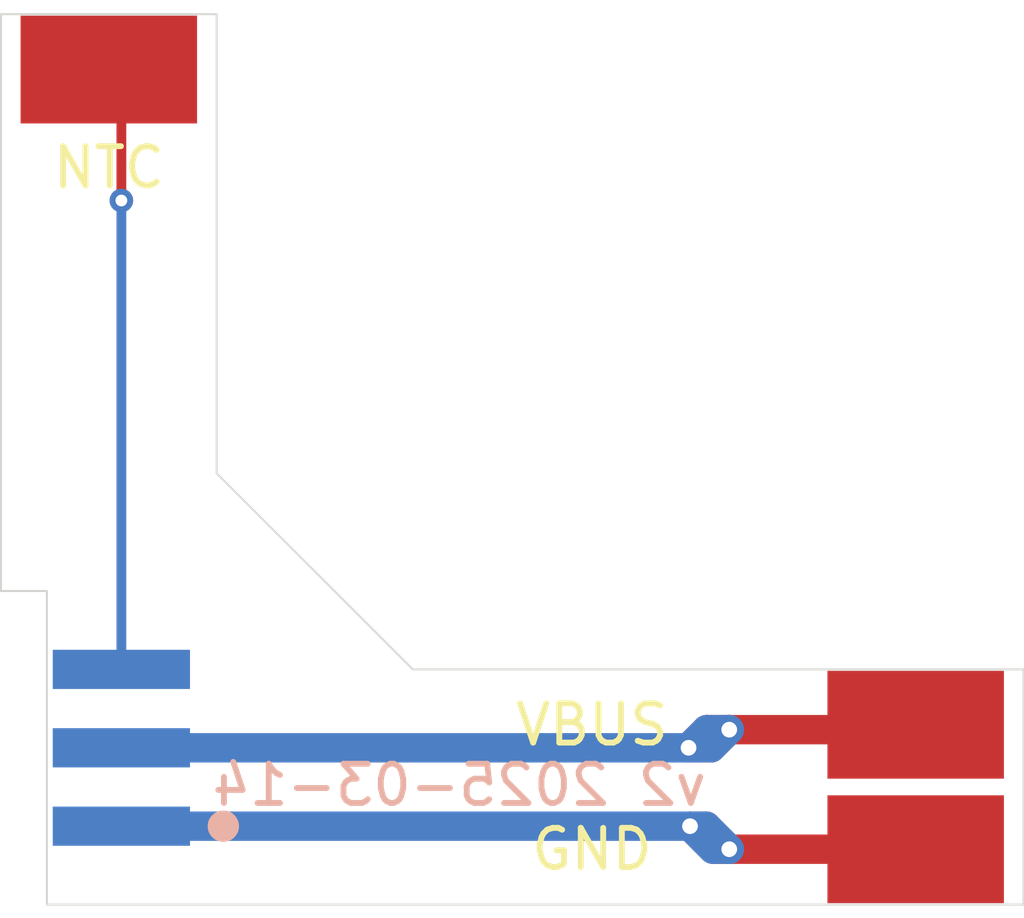
<source format=kicad_pcb>
(kicad_pcb (version 20240108) (generator "pcbnew") (generator_version "8.0")
  (title_block (comment 4 "AISLER Project ID: JVSZVMBH"))
  (layers (0 "F.Cu" signal) (31 "B.Cu" signal) (34 "B.Paste" user) (35 "F.Paste" user) (36 "B.SilkS" user "B.Silkscreen") (37 "F.SilkS" user "F.Silkscreen") (38 "B.Mask" user) (39 "F.Mask" user) (44 "Edge.Cuts" user))
  (net 0 "")
  (net 1 "GND")
  (net 2 "VBUS")
  (net 3 "Net-(J1-Pin_3)")
  (footprint "Library:HARWIN_S1761-46R" (layer "F.Cu") (at 128.254 91.55 90)
    (property "Reference" "GND" (at 0 -8.254 0) (layer "F.SilkS"))
    (property "Value" "Conn_01x01_Pin" (hide yes))
    (pad "1" smd rect (at 0 0 90) (size 2.75 4.5) (layers "F.Cu" "F.Paste" "F.Mask") (net 1 "GND"))
  )
  (footprint "Library:HARWIN_S1761-46R" (layer "F.Cu") (at 128.254 88.375 90)
    (property "Reference" "VBUS" (at 0 -8.254 0) (layer "F.SilkS"))
    (property "Value" "Conn_01x01_Pin" (hide yes))
    (pad "1" smd rect (at 0 0 90) (size 2.75 4.5) (layers "F.Cu" "F.Paste" "F.Mask") (net 2 "VBUS"))
  )
  (footprint "Library:HARWIN_S1761-46R" (layer "F.Cu") (at 107.68 71.659 -90)
    (property "Reference" "NTC" (at 2.5 0 0) (layer "F.SilkS"))
    (property "Value" "Conn_01x01_Pin" (hide yes))
    (pad "1" smd rect (at 0 0 270) (size 2.75 4.5) (layers "F.Cu" "F.Paste" "F.Mask") (net 3 "Net-(J1-Pin_3)"))
  )
  (footprint "Library:MountingHole_JLCPCB" (layer "F.Cu") (at 106.5 75.5)
    (property "Reference" "REF**" (hide yes))
    (property "Value" "MountingHole_JLCPCB" (hide yes))
    (pad "" np_thru_hole circle (at 0 0) (size 1.152 1.152) (drill 1.152) (layers "F&B.Cu" "*.Mask"))
  )
  (footprint "Library:MountingHole_JLCPCB" (layer "F.Cu") (at 124.5 90)
    (property "Reference" "REF**" (hide yes))
    (property "Value" "MountingHole_JLCPCB" (hide yes))
    (pad "" np_thru_hole circle (at 0 -0.0275) (size 1.152 1.152) (drill 1.152) (layers "F&B.Cu" "*.Mask"))
  )
  (footprint "Library:JST_S3B-PH-SM4-TB_LF__SN_" (layer "B.Cu") (at 108 88.9625 -90)
    (property "Reference" "J1" (hide yes))
    (property "Value" "Conn_01x03_Pin" (hide yes))
    (fp_circle (center 2 -2.6) (end 2.2 -2.6) (stroke (width 0.4)) (fill none) (layer "B.SilkS"))
    (pad "1" smd rect (at 2 0 270) (size 1 3.5) (layers "B.Cu" "B.Paste" "B.Mask") (net 1 "GND"))
    (pad "2" smd rect (at 0 0 270) (size 1 3.5) (layers "B.Cu" "B.Paste" "B.Mask") (net 2 "VBUS"))
    (pad "3" smd rect (at -2 0 270) (size 1 3.5) (layers "B.Cu" "B.Paste" "B.Mask") (net 3 "Net-(J1-Pin_3)"))
  )
  (gr_line (start 104.93 84.9625) (end 106.1 84.9625) (stroke (width 0.05)) (layer "Edge.Cuts"))
  (gr_line (start 131.004 86.9625) (end 115.43 86.9625) (stroke (width 0.05)) (layer "Edge.Cuts"))
  (gr_line (start 110.43 70.2465) (end 104.93 70.2465) (stroke (width 0.05)) (layer "Edge.Cuts"))
  (gr_line (start 106.1 92.9625) (end 131.004 92.9625) (stroke (width 0.05)) (layer "Edge.Cuts"))
  (gr_line (start 115.43 86.9625) (end 110.43 81.9625) (stroke (width 0.05)) (layer "Edge.Cuts"))
  (gr_line (start 131.004 92.9625) (end 131.004 86.9625) (stroke (width 0.05)) (layer "Edge.Cuts"))
  (gr_line (start 104.93 70.2465) (end 104.93 84.9625) (stroke (width 0.05)) (layer "Edge.Cuts"))
  (gr_line (start 106.1 84.9625) (end 106.1 92.9625) (stroke (width 0.05)) (layer "Edge.Cuts"))
  (gr_line (start 110.43 81.9625) (end 110.43 70.2465) (stroke (width 0.05)) (layer "Edge.Cuts"))
  (gr_text "v2 2025-03-14" (at 123 90.5 0) (layer "B.SilkS") (effects (font (size 1 1)) (justify left bottom mirror)))
  (segment (start 123.0875 91.55) (end 127.254 91.55) (width 0.75) (layer "F.Cu") (net 1))
  (segment (start 122.9125 90.9625) (end 123.5 91.55) (width 0.75) (layer "F.Cu") (net 1))
  (segment (start 122.5 90.9625) (end 123.0875 91.55) (width 0.75) (layer "F.Cu") (net 1))
  (segment (start 122.5 90.9625) (end 122.9125 90.9625) (width 0.75) (layer "F.Cu") (net 1))
  (via (at 122.5 90.9625) (size 0.75) (drill 0.4) (layers "F.Cu" "B.Cu") (net 1))
  (via (at 123.5 91.55) (size 0.75) (drill 0.4) (layers "F.Cu" "B.Cu") (net 1))
  (segment (start 123.0875 91.55) (end 122.5 90.9625) (width 0.75) (layer "B.Cu") (net 1))
  (segment (start 122.9125 90.9625) (end 108 90.9625) (width 0.75) (layer "B.Cu") (net 1))
  (segment (start 123.5 91.55) (end 123.0875 91.55) (width 0.75) (layer "B.Cu") (net 1))
  (segment (start 123.5 91.55) (end 122.9125 90.9625) (width 0.75) (layer "B.Cu") (net 1))
  (segment (start 122.925 88.5) (end 122.4625 88.9625) (width 0.75) (layer "F.Cu") (net 2))
  (segment (start 127.254 88.375) (end 127.129 88.5) (width 0.2) (layer "F.Cu") (net 2))
  (segment (start 123.5 88.5) (end 127.129 88.5) (width 0.75) (layer "F.Cu") (net 2))
  (segment (start 123.5 88.5) (end 122.925 88.5) (width 0.75) (layer "F.Cu") (net 2))
  (segment (start 122.4625 88.9625) (end 123.0375 88.9625) (width 0.75) (layer "F.Cu") (net 2))
  (segment (start 123.0375 88.9625) (end 123.5 88.5) (width 0.75) (layer "F.Cu") (net 2))
  (via (at 123.5 88.5) (size 0.75) (drill 0.4) (layers "F.Cu" "B.Cu") (net 2))
  (via (at 122.4625 88.9625) (size 0.75) (drill 0.4) (layers "F.Cu" "B.Cu") (net 2))
  (segment (start 122.0375 88.9625) (end 108 88.9625) (width 0.75) (layer "B.Cu") (net 2))
  (segment (start 123.0375 88.9625) (end 123.5 88.5) (width 0.75) (layer "B.Cu") (net 2))
  (segment (start 123.5 88.5) (end 122.925 88.5) (width 0.75) (layer "B.Cu") (net 2))
  (segment (start 122.4625 88.9625) (end 123.0375 88.9625) (width 0.75) (layer "B.Cu") (net 2))
  (segment (start 122.4625 88.9625) (end 122.0375 88.9625) (width 0.75) (layer "B.Cu") (net 2))
  (segment (start 122.925 88.5) (end 122.4625 88.9625) (width 0.75) (layer "B.Cu") (net 2))
  (segment (start 108 75) (end 108 72) (width 0.25) (layer "F.Cu") (net 3))
  (via (at 108 75) (size 0.6) (drill 0.3) (layers "F.Cu" "B.Cu") (net 3))
  (segment (start 108 75) (end 108 86.9625) (width 0.25) (layer "B.Cu") (net 3))
)
</source>
